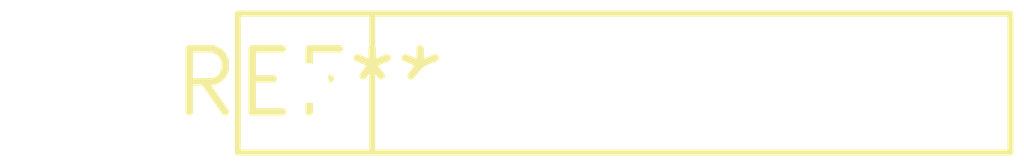
<source format=kicad_pcb>
(kicad_pcb (version 20240108) (generator pcbnew)
  (layers (0 "F.Cu" signal) (31 "B.Cu" signal) (34 "B.Paste" user) (35 "F.Paste" user) (36 "B.SilkS" user "B.Silkscreen") (37 "F.SilkS" user "F.Silkscreen") (38 "B.Mask" user) (39 "F.Mask" user) (44 "Edge.Cuts" user))
  (net 0 "")
  (footprint "R_Array_SIP6" (layer "F.Cu") (at 0 0)
    (property "Reference" "REF**")
    (property "Value" "R_Array_SIP6")
    (fp_line (start -1.44 -1.4) (end -1.44 1.4) (layer "F.SilkS") (stroke (width 0.12)))
    (fp_line (start -1.44 1.4) (end 14.14 1.4) (layer "F.SilkS") (stroke (width 0.12)))
    (fp_line (start 1.27 -1.4) (end 1.27 1.4) (layer "F.SilkS") (stroke (width 0.12)))
    (fp_line (start 14.14 -1.4) (end -1.44 -1.4) (layer "F.SilkS") (stroke (width 0.12)))
    (fp_line (start 14.14 1.4) (end 14.14 -1.4) (layer "F.SilkS") (stroke (width 0.12)))
    (pad "1" thru_hole rect (at 0 0) (size 1.6 1.6) (drill 0.8) (layers *.Cu *.Mask) (remove_unused_layers))
    (pad "2" thru_hole oval (at 2.54 0) (size 1.6 1.6) (drill 0.8) (layers *.Cu *.Mask) (remove_unused_layers))
    (pad "3" thru_hole oval (at 5.08 0) (size 1.6 1.6) (drill 0.8) (layers *.Cu *.Mask) (remove_unused_layers))
    (pad "4" thru_hole oval (at 7.62 0) (size 1.6 1.6) (drill 0.8) (layers *.Cu *.Mask) (remove_unused_layers))
    (pad "5" thru_hole oval (at 10.16 0) (size 1.6 1.6) (drill 0.8) (layers *.Cu *.Mask) (remove_unused_layers))
    (pad "6" thru_hole oval (at 12.7 0) (size 1.6 1.6) (drill 0.8) (layers *.Cu *.Mask) (remove_unused_layers))
  )
)
</source>
